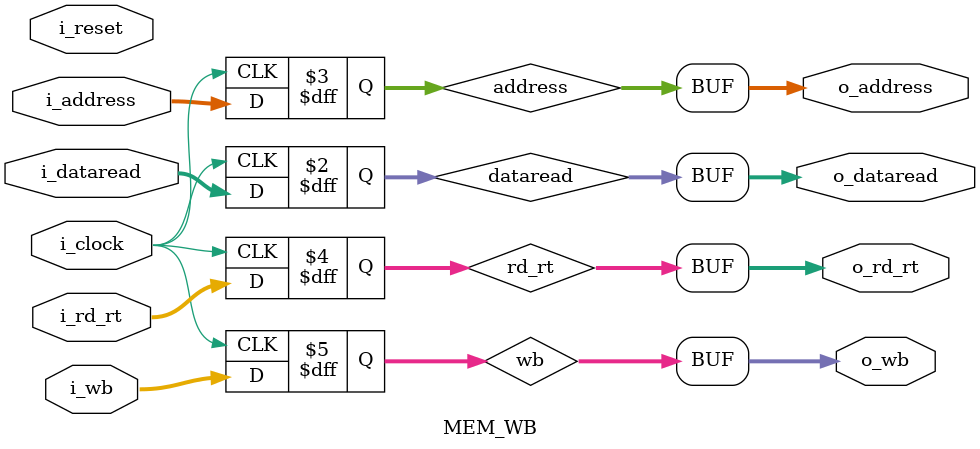
<source format=v>
`timescale 1ns / 1ps


module MEM_WB
    #(  //PARAMETERS
        parameter DATA_WIDTH = 32
    )
    (   //INPUTS
        input                       i_clock,
        input                       i_reset,
        input [DATA_WIDTH - 1:0]    i_dataread,
        input [DATA_WIDTH - 1:0]    i_address,
        input [4:0]                 i_rd_rt,
        input [1:0]                 i_wb,
        //OUTPUTS
        output [DATA_WIDTH - 1:0]   o_dataread,
        output [DATA_WIDTH - 1:0]   o_address,
        output [4:0]                o_rd_rt,
        output [1:0]                o_wb
    );

    reg [DATA_WIDTH - 1:0]  dataread;
    reg [DATA_WIDTH - 1:0]  address;
    reg [4:0]               rd_rt;
    reg [1:0]               wb;

    assign o_dataread   = dataread;
    assign o_address    = address;
    assign o_rd_rt      = rd_rt;
    assign o_wb         = wb;

    always @(posedge i_clock) begin
        dataread    <= i_dataread;
        address     <= i_address;
        rd_rt       <= i_rd_rt;
        wb          <= i_wb;
    end
endmodule
</source>
